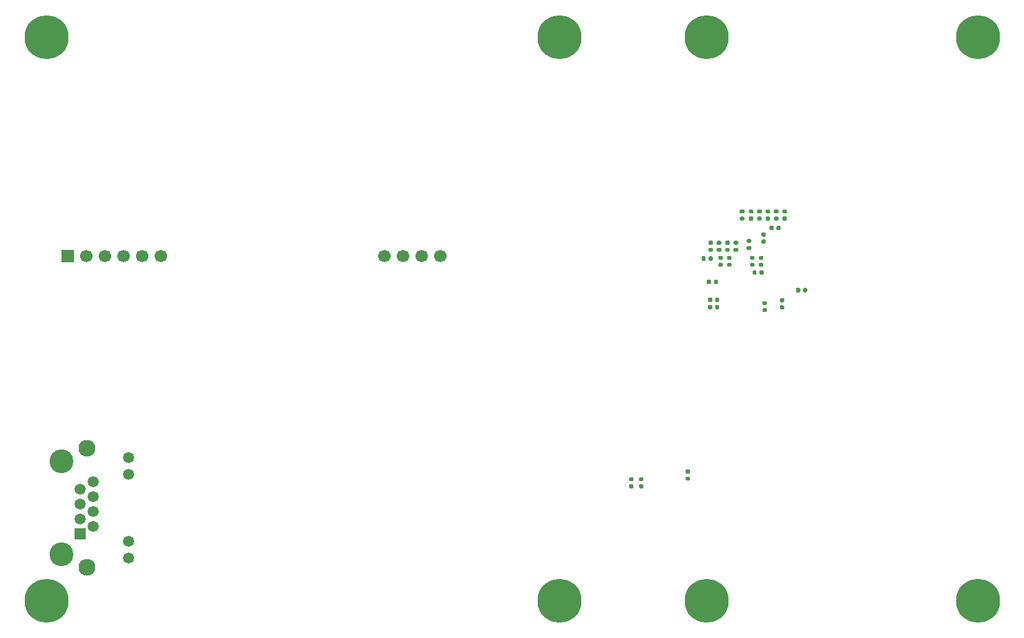
<source format=gbr>
%TF.GenerationSoftware,KiCad,Pcbnew,5.1.12-84ad8e8a86~92~ubuntu20.04.1*%
%TF.CreationDate,2022-02-12T16:21:49+08:00*%
%TF.ProjectId,TestAutomation,54657374-4175-4746-9f6d-6174696f6e2e,rev?*%
%TF.SameCoordinates,Original*%
%TF.FileFunction,Soldermask,Bot*%
%TF.FilePolarity,Negative*%
%FSLAX46Y46*%
G04 Gerber Fmt 4.6, Leading zero omitted, Abs format (unit mm)*
G04 Created by KiCad (PCBNEW 5.1.12-84ad8e8a86~92~ubuntu20.04.1) date 2022-02-12 16:21:49*
%MOMM*%
%LPD*%
G01*
G04 APERTURE LIST*
%ADD10C,6.000000*%
%ADD11C,1.700000*%
%ADD12R,1.700000X1.700000*%
%ADD13C,1.500000*%
%ADD14C,2.300000*%
%ADD15C,3.250000*%
%ADD16R,1.500000X1.500000*%
G04 APERTURE END LIST*
D10*
%TO.C,M3*%
X210000000Y-134000000D03*
%TD*%
%TO.C,M3*%
X83000000Y-134000000D03*
%TD*%
%TO.C,M3*%
X83000000Y-57000000D03*
%TD*%
%TO.C,M3*%
X210000000Y-57000000D03*
%TD*%
%TO.C,M3*%
X173000000Y-134000000D03*
%TD*%
%TO.C,M3*%
X173000000Y-57000000D03*
%TD*%
%TO.C,M3*%
X153000000Y-134000000D03*
%TD*%
%TO.C,M3*%
X153000000Y-57000000D03*
%TD*%
D11*
%TO.C,U12*%
X98618000Y-86946000D03*
X136718000Y-86946000D03*
X134178000Y-86946000D03*
X131638000Y-86946000D03*
X129098000Y-86946000D03*
X96078000Y-86946000D03*
X93538000Y-86946000D03*
X90998000Y-86946000D03*
X88458000Y-86946000D03*
D12*
X85918000Y-86946000D03*
%TD*%
%TO.C,C96*%
G36*
G01*
X177670000Y-81520000D02*
X178010000Y-81520000D01*
G75*
G02*
X178150000Y-81660000I0J-140000D01*
G01*
X178150000Y-81940000D01*
G75*
G02*
X178010000Y-82080000I-140000J0D01*
G01*
X177670000Y-82080000D01*
G75*
G02*
X177530000Y-81940000I0J140000D01*
G01*
X177530000Y-81660000D01*
G75*
G02*
X177670000Y-81520000I140000J0D01*
G01*
G37*
G36*
G01*
X177670000Y-80560000D02*
X178010000Y-80560000D01*
G75*
G02*
X178150000Y-80700000I0J-140000D01*
G01*
X178150000Y-80980000D01*
G75*
G02*
X178010000Y-81120000I-140000J0D01*
G01*
X177670000Y-81120000D01*
G75*
G02*
X177530000Y-80980000I0J140000D01*
G01*
X177530000Y-80700000D01*
G75*
G02*
X177670000Y-80560000I140000J0D01*
G01*
G37*
%TD*%
%TO.C,C95*%
G36*
G01*
X173290000Y-87420000D02*
X173290000Y-87080000D01*
G75*
G02*
X173430000Y-86940000I140000J0D01*
G01*
X173710000Y-86940000D01*
G75*
G02*
X173850000Y-87080000I0J-140000D01*
G01*
X173850000Y-87420000D01*
G75*
G02*
X173710000Y-87560000I-140000J0D01*
G01*
X173430000Y-87560000D01*
G75*
G02*
X173290000Y-87420000I0J140000D01*
G01*
G37*
G36*
G01*
X172330000Y-87420000D02*
X172330000Y-87080000D01*
G75*
G02*
X172470000Y-86940000I140000J0D01*
G01*
X172750000Y-86940000D01*
G75*
G02*
X172890000Y-87080000I0J-140000D01*
G01*
X172890000Y-87420000D01*
G75*
G02*
X172750000Y-87560000I-140000J0D01*
G01*
X172470000Y-87560000D01*
G75*
G02*
X172330000Y-87420000I0J140000D01*
G01*
G37*
%TD*%
%TO.C,C94*%
G36*
G01*
X178610000Y-85530000D02*
X178950000Y-85530000D01*
G75*
G02*
X179090000Y-85670000I0J-140000D01*
G01*
X179090000Y-85950000D01*
G75*
G02*
X178950000Y-86090000I-140000J0D01*
G01*
X178610000Y-86090000D01*
G75*
G02*
X178470000Y-85950000I0J140000D01*
G01*
X178470000Y-85670000D01*
G75*
G02*
X178610000Y-85530000I140000J0D01*
G01*
G37*
G36*
G01*
X178610000Y-84570000D02*
X178950000Y-84570000D01*
G75*
G02*
X179090000Y-84710000I0J-140000D01*
G01*
X179090000Y-84990000D01*
G75*
G02*
X178950000Y-85130000I-140000J0D01*
G01*
X178610000Y-85130000D01*
G75*
G02*
X178470000Y-84990000I0J140000D01*
G01*
X178470000Y-84710000D01*
G75*
G02*
X178610000Y-84570000I140000J0D01*
G01*
G37*
%TD*%
%TO.C,C24*%
G36*
G01*
X181197664Y-81520000D02*
X181537664Y-81520000D01*
G75*
G02*
X181677664Y-81660000I0J-140000D01*
G01*
X181677664Y-81940000D01*
G75*
G02*
X181537664Y-82080000I-140000J0D01*
G01*
X181197664Y-82080000D01*
G75*
G02*
X181057664Y-81940000I0J140000D01*
G01*
X181057664Y-81660000D01*
G75*
G02*
X181197664Y-81520000I140000J0D01*
G01*
G37*
G36*
G01*
X181197664Y-80560000D02*
X181537664Y-80560000D01*
G75*
G02*
X181677664Y-80700000I0J-140000D01*
G01*
X181677664Y-80980000D01*
G75*
G02*
X181537664Y-81120000I-140000J0D01*
G01*
X181197664Y-81120000D01*
G75*
G02*
X181057664Y-80980000I0J140000D01*
G01*
X181057664Y-80700000D01*
G75*
G02*
X181197664Y-80560000I140000J0D01*
G01*
G37*
%TD*%
%TO.C,C21*%
G36*
G01*
X180053832Y-81520000D02*
X180393832Y-81520000D01*
G75*
G02*
X180533832Y-81660000I0J-140000D01*
G01*
X180533832Y-81940000D01*
G75*
G02*
X180393832Y-82080000I-140000J0D01*
G01*
X180053832Y-82080000D01*
G75*
G02*
X179913832Y-81940000I0J140000D01*
G01*
X179913832Y-81660000D01*
G75*
G02*
X180053832Y-81520000I140000J0D01*
G01*
G37*
G36*
G01*
X180053832Y-80560000D02*
X180393832Y-80560000D01*
G75*
G02*
X180533832Y-80700000I0J-140000D01*
G01*
X180533832Y-80980000D01*
G75*
G02*
X180393832Y-81120000I-140000J0D01*
G01*
X180053832Y-81120000D01*
G75*
G02*
X179913832Y-80980000I0J140000D01*
G01*
X179913832Y-80700000D01*
G75*
G02*
X180053832Y-80560000I140000J0D01*
G01*
G37*
%TD*%
%TO.C,C81*%
G36*
G01*
X164270000Y-117670000D02*
X163930000Y-117670000D01*
G75*
G02*
X163790000Y-117530000I0J140000D01*
G01*
X163790000Y-117250000D01*
G75*
G02*
X163930000Y-117110000I140000J0D01*
G01*
X164270000Y-117110000D01*
G75*
G02*
X164410000Y-117250000I0J-140000D01*
G01*
X164410000Y-117530000D01*
G75*
G02*
X164270000Y-117670000I-140000J0D01*
G01*
G37*
G36*
G01*
X164270000Y-118630000D02*
X163930000Y-118630000D01*
G75*
G02*
X163790000Y-118490000I0J140000D01*
G01*
X163790000Y-118210000D01*
G75*
G02*
X163930000Y-118070000I140000J0D01*
G01*
X164270000Y-118070000D01*
G75*
G02*
X164410000Y-118210000I0J-140000D01*
G01*
X164410000Y-118490000D01*
G75*
G02*
X164270000Y-118630000I-140000J0D01*
G01*
G37*
%TD*%
%TO.C,C80*%
G36*
G01*
X170590000Y-116620000D02*
X170250000Y-116620000D01*
G75*
G02*
X170110000Y-116480000I0J140000D01*
G01*
X170110000Y-116200000D01*
G75*
G02*
X170250000Y-116060000I140000J0D01*
G01*
X170590000Y-116060000D01*
G75*
G02*
X170730000Y-116200000I0J-140000D01*
G01*
X170730000Y-116480000D01*
G75*
G02*
X170590000Y-116620000I-140000J0D01*
G01*
G37*
G36*
G01*
X170590000Y-117580000D02*
X170250000Y-117580000D01*
G75*
G02*
X170110000Y-117440000I0J140000D01*
G01*
X170110000Y-117160000D01*
G75*
G02*
X170250000Y-117020000I140000J0D01*
G01*
X170590000Y-117020000D01*
G75*
G02*
X170730000Y-117160000I0J-140000D01*
G01*
X170730000Y-117440000D01*
G75*
G02*
X170590000Y-117580000I-140000J0D01*
G01*
G37*
%TD*%
%TO.C,C79*%
G36*
G01*
X162932500Y-117670000D02*
X162592500Y-117670000D01*
G75*
G02*
X162452500Y-117530000I0J140000D01*
G01*
X162452500Y-117250000D01*
G75*
G02*
X162592500Y-117110000I140000J0D01*
G01*
X162932500Y-117110000D01*
G75*
G02*
X163072500Y-117250000I0J-140000D01*
G01*
X163072500Y-117530000D01*
G75*
G02*
X162932500Y-117670000I-140000J0D01*
G01*
G37*
G36*
G01*
X162932500Y-118630000D02*
X162592500Y-118630000D01*
G75*
G02*
X162452500Y-118490000I0J140000D01*
G01*
X162452500Y-118210000D01*
G75*
G02*
X162592500Y-118070000I140000J0D01*
G01*
X162932500Y-118070000D01*
G75*
G02*
X163072500Y-118210000I0J-140000D01*
G01*
X163072500Y-118490000D01*
G75*
G02*
X162932500Y-118630000I-140000J0D01*
G01*
G37*
%TD*%
%TO.C,C17*%
G36*
G01*
X181090000Y-93620000D02*
X180750000Y-93620000D01*
G75*
G02*
X180610000Y-93480000I0J140000D01*
G01*
X180610000Y-93200000D01*
G75*
G02*
X180750000Y-93060000I140000J0D01*
G01*
X181090000Y-93060000D01*
G75*
G02*
X181230000Y-93200000I0J-140000D01*
G01*
X181230000Y-93480000D01*
G75*
G02*
X181090000Y-93620000I-140000J0D01*
G01*
G37*
G36*
G01*
X181090000Y-94580000D02*
X180750000Y-94580000D01*
G75*
G02*
X180610000Y-94440000I0J140000D01*
G01*
X180610000Y-94160000D01*
G75*
G02*
X180750000Y-94020000I140000J0D01*
G01*
X181090000Y-94020000D01*
G75*
G02*
X181230000Y-94160000I0J-140000D01*
G01*
X181230000Y-94440000D01*
G75*
G02*
X181090000Y-94580000I-140000J0D01*
G01*
G37*
%TD*%
%TO.C,C16*%
G36*
G01*
X183485330Y-81520000D02*
X183825330Y-81520000D01*
G75*
G02*
X183965330Y-81660000I0J-140000D01*
G01*
X183965330Y-81940000D01*
G75*
G02*
X183825330Y-82080000I-140000J0D01*
G01*
X183485330Y-82080000D01*
G75*
G02*
X183345330Y-81940000I0J140000D01*
G01*
X183345330Y-81660000D01*
G75*
G02*
X183485330Y-81520000I140000J0D01*
G01*
G37*
G36*
G01*
X183485330Y-80560000D02*
X183825330Y-80560000D01*
G75*
G02*
X183965330Y-80700000I0J-140000D01*
G01*
X183965330Y-80980000D01*
G75*
G02*
X183825330Y-81120000I-140000J0D01*
G01*
X183485330Y-81120000D01*
G75*
G02*
X183345330Y-80980000I0J140000D01*
G01*
X183345330Y-80700000D01*
G75*
G02*
X183485330Y-80560000I140000J0D01*
G01*
G37*
%TD*%
%TO.C,C37*%
G36*
G01*
X180620000Y-84670000D02*
X180960000Y-84670000D01*
G75*
G02*
X181100000Y-84810000I0J-140000D01*
G01*
X181100000Y-85090000D01*
G75*
G02*
X180960000Y-85230000I-140000J0D01*
G01*
X180620000Y-85230000D01*
G75*
G02*
X180480000Y-85090000I0J140000D01*
G01*
X180480000Y-84810000D01*
G75*
G02*
X180620000Y-84670000I140000J0D01*
G01*
G37*
G36*
G01*
X180620000Y-83710000D02*
X180960000Y-83710000D01*
G75*
G02*
X181100000Y-83850000I0J-140000D01*
G01*
X181100000Y-84130000D01*
G75*
G02*
X180960000Y-84270000I-140000J0D01*
G01*
X180620000Y-84270000D01*
G75*
G02*
X180480000Y-84130000I0J140000D01*
G01*
X180480000Y-83850000D01*
G75*
G02*
X180620000Y-83710000I140000J0D01*
G01*
G37*
%TD*%
%TO.C,C15*%
G36*
G01*
X182341496Y-81520000D02*
X182681496Y-81520000D01*
G75*
G02*
X182821496Y-81660000I0J-140000D01*
G01*
X182821496Y-81940000D01*
G75*
G02*
X182681496Y-82080000I-140000J0D01*
G01*
X182341496Y-82080000D01*
G75*
G02*
X182201496Y-81940000I0J140000D01*
G01*
X182201496Y-81660000D01*
G75*
G02*
X182341496Y-81520000I140000J0D01*
G01*
G37*
G36*
G01*
X182341496Y-80560000D02*
X182681496Y-80560000D01*
G75*
G02*
X182821496Y-80700000I0J-140000D01*
G01*
X182821496Y-80980000D01*
G75*
G02*
X182681496Y-81120000I-140000J0D01*
G01*
X182341496Y-81120000D01*
G75*
G02*
X182201496Y-80980000I0J140000D01*
G01*
X182201496Y-80700000D01*
G75*
G02*
X182341496Y-80560000I140000J0D01*
G01*
G37*
%TD*%
%TO.C,C36*%
G36*
G01*
X175690000Y-85790000D02*
X176030000Y-85790000D01*
G75*
G02*
X176170000Y-85930000I0J-140000D01*
G01*
X176170000Y-86210000D01*
G75*
G02*
X176030000Y-86350000I-140000J0D01*
G01*
X175690000Y-86350000D01*
G75*
G02*
X175550000Y-86210000I0J140000D01*
G01*
X175550000Y-85930000D01*
G75*
G02*
X175690000Y-85790000I140000J0D01*
G01*
G37*
G36*
G01*
X175690000Y-84830000D02*
X176030000Y-84830000D01*
G75*
G02*
X176170000Y-84970000I0J-140000D01*
G01*
X176170000Y-85250000D01*
G75*
G02*
X176030000Y-85390000I-140000J0D01*
G01*
X175690000Y-85390000D01*
G75*
G02*
X175550000Y-85250000I0J140000D01*
G01*
X175550000Y-84970000D01*
G75*
G02*
X175690000Y-84830000I140000J0D01*
G01*
G37*
%TD*%
%TO.C,C35*%
G36*
G01*
X175940000Y-87840000D02*
X176280000Y-87840000D01*
G75*
G02*
X176420000Y-87980000I0J-140000D01*
G01*
X176420000Y-88260000D01*
G75*
G02*
X176280000Y-88400000I-140000J0D01*
G01*
X175940000Y-88400000D01*
G75*
G02*
X175800000Y-88260000I0J140000D01*
G01*
X175800000Y-87980000D01*
G75*
G02*
X175940000Y-87840000I140000J0D01*
G01*
G37*
G36*
G01*
X175940000Y-86880000D02*
X176280000Y-86880000D01*
G75*
G02*
X176420000Y-87020000I0J-140000D01*
G01*
X176420000Y-87300000D01*
G75*
G02*
X176280000Y-87440000I-140000J0D01*
G01*
X175940000Y-87440000D01*
G75*
G02*
X175800000Y-87300000I0J140000D01*
G01*
X175800000Y-87020000D01*
G75*
G02*
X175940000Y-86880000I140000J0D01*
G01*
G37*
%TD*%
%TO.C,C14*%
G36*
G01*
X173040000Y-90610000D02*
X173040000Y-90270000D01*
G75*
G02*
X173180000Y-90130000I140000J0D01*
G01*
X173460000Y-90130000D01*
G75*
G02*
X173600000Y-90270000I0J-140000D01*
G01*
X173600000Y-90610000D01*
G75*
G02*
X173460000Y-90750000I-140000J0D01*
G01*
X173180000Y-90750000D01*
G75*
G02*
X173040000Y-90610000I0J140000D01*
G01*
G37*
G36*
G01*
X174000000Y-90610000D02*
X174000000Y-90270000D01*
G75*
G02*
X174140000Y-90130000I140000J0D01*
G01*
X174420000Y-90130000D01*
G75*
G02*
X174560000Y-90270000I0J-140000D01*
G01*
X174560000Y-90610000D01*
G75*
G02*
X174420000Y-90750000I-140000J0D01*
G01*
X174140000Y-90750000D01*
G75*
G02*
X174000000Y-90610000I0J140000D01*
G01*
G37*
%TD*%
%TO.C,C34*%
G36*
G01*
X174540000Y-85790000D02*
X174880000Y-85790000D01*
G75*
G02*
X175020000Y-85930000I0J-140000D01*
G01*
X175020000Y-86210000D01*
G75*
G02*
X174880000Y-86350000I-140000J0D01*
G01*
X174540000Y-86350000D01*
G75*
G02*
X174400000Y-86210000I0J140000D01*
G01*
X174400000Y-85930000D01*
G75*
G02*
X174540000Y-85790000I140000J0D01*
G01*
G37*
G36*
G01*
X174540000Y-84830000D02*
X174880000Y-84830000D01*
G75*
G02*
X175020000Y-84970000I0J-140000D01*
G01*
X175020000Y-85250000D01*
G75*
G02*
X174880000Y-85390000I-140000J0D01*
G01*
X174540000Y-85390000D01*
G75*
G02*
X174400000Y-85250000I0J140000D01*
G01*
X174400000Y-84970000D01*
G75*
G02*
X174540000Y-84830000I140000J0D01*
G01*
G37*
%TD*%
%TO.C,C33*%
G36*
G01*
X180274000Y-87840000D02*
X180614000Y-87840000D01*
G75*
G02*
X180754000Y-87980000I0J-140000D01*
G01*
X180754000Y-88260000D01*
G75*
G02*
X180614000Y-88400000I-140000J0D01*
G01*
X180274000Y-88400000D01*
G75*
G02*
X180134000Y-88260000I0J140000D01*
G01*
X180134000Y-87980000D01*
G75*
G02*
X180274000Y-87840000I140000J0D01*
G01*
G37*
G36*
G01*
X180274000Y-86880000D02*
X180614000Y-86880000D01*
G75*
G02*
X180754000Y-87020000I0J-140000D01*
G01*
X180754000Y-87300000D01*
G75*
G02*
X180614000Y-87440000I-140000J0D01*
G01*
X180274000Y-87440000D01*
G75*
G02*
X180134000Y-87300000I0J140000D01*
G01*
X180134000Y-87020000D01*
G75*
G02*
X180274000Y-86880000I140000J0D01*
G01*
G37*
%TD*%
%TO.C,C13*%
G36*
G01*
X174170000Y-93070000D02*
X174170000Y-92730000D01*
G75*
G02*
X174310000Y-92590000I140000J0D01*
G01*
X174590000Y-92590000D01*
G75*
G02*
X174730000Y-92730000I0J-140000D01*
G01*
X174730000Y-93070000D01*
G75*
G02*
X174590000Y-93210000I-140000J0D01*
G01*
X174310000Y-93210000D01*
G75*
G02*
X174170000Y-93070000I0J140000D01*
G01*
G37*
G36*
G01*
X173210000Y-93070000D02*
X173210000Y-92730000D01*
G75*
G02*
X173350000Y-92590000I140000J0D01*
G01*
X173630000Y-92590000D01*
G75*
G02*
X173770000Y-92730000I0J-140000D01*
G01*
X173770000Y-93070000D01*
G75*
G02*
X173630000Y-93210000I-140000J0D01*
G01*
X173350000Y-93210000D01*
G75*
G02*
X173210000Y-93070000I0J140000D01*
G01*
G37*
%TD*%
%TO.C,C32*%
G36*
G01*
X176840000Y-85790000D02*
X177180000Y-85790000D01*
G75*
G02*
X177320000Y-85930000I0J-140000D01*
G01*
X177320000Y-86210000D01*
G75*
G02*
X177180000Y-86350000I-140000J0D01*
G01*
X176840000Y-86350000D01*
G75*
G02*
X176700000Y-86210000I0J140000D01*
G01*
X176700000Y-85930000D01*
G75*
G02*
X176840000Y-85790000I140000J0D01*
G01*
G37*
G36*
G01*
X176840000Y-84830000D02*
X177180000Y-84830000D01*
G75*
G02*
X177320000Y-84970000I0J-140000D01*
G01*
X177320000Y-85250000D01*
G75*
G02*
X177180000Y-85390000I-140000J0D01*
G01*
X176840000Y-85390000D01*
G75*
G02*
X176700000Y-85250000I0J140000D01*
G01*
X176700000Y-84970000D01*
G75*
G02*
X176840000Y-84830000I140000J0D01*
G01*
G37*
%TD*%
%TO.C,C31*%
G36*
G01*
X179077000Y-87840000D02*
X179417000Y-87840000D01*
G75*
G02*
X179557000Y-87980000I0J-140000D01*
G01*
X179557000Y-88260000D01*
G75*
G02*
X179417000Y-88400000I-140000J0D01*
G01*
X179077000Y-88400000D01*
G75*
G02*
X178937000Y-88260000I0J140000D01*
G01*
X178937000Y-87980000D01*
G75*
G02*
X179077000Y-87840000I140000J0D01*
G01*
G37*
G36*
G01*
X179077000Y-86880000D02*
X179417000Y-86880000D01*
G75*
G02*
X179557000Y-87020000I0J-140000D01*
G01*
X179557000Y-87300000D01*
G75*
G02*
X179417000Y-87440000I-140000J0D01*
G01*
X179077000Y-87440000D01*
G75*
G02*
X178937000Y-87300000I0J140000D01*
G01*
X178937000Y-87020000D01*
G75*
G02*
X179077000Y-86880000I140000J0D01*
G01*
G37*
%TD*%
%TO.C,C12*%
G36*
G01*
X183460000Y-93240000D02*
X183120000Y-93240000D01*
G75*
G02*
X182980000Y-93100000I0J140000D01*
G01*
X182980000Y-92820000D01*
G75*
G02*
X183120000Y-92680000I140000J0D01*
G01*
X183460000Y-92680000D01*
G75*
G02*
X183600000Y-92820000I0J-140000D01*
G01*
X183600000Y-93100000D01*
G75*
G02*
X183460000Y-93240000I-140000J0D01*
G01*
G37*
G36*
G01*
X183460000Y-94200000D02*
X183120000Y-94200000D01*
G75*
G02*
X182980000Y-94060000I0J140000D01*
G01*
X182980000Y-93780000D01*
G75*
G02*
X183120000Y-93640000I140000J0D01*
G01*
X183460000Y-93640000D01*
G75*
G02*
X183600000Y-93780000I0J-140000D01*
G01*
X183600000Y-94060000D01*
G75*
G02*
X183460000Y-94200000I-140000J0D01*
G01*
G37*
%TD*%
%TO.C,C30*%
G36*
G01*
X174170000Y-94070000D02*
X174170000Y-93730000D01*
G75*
G02*
X174310000Y-93590000I140000J0D01*
G01*
X174590000Y-93590000D01*
G75*
G02*
X174730000Y-93730000I0J-140000D01*
G01*
X174730000Y-94070000D01*
G75*
G02*
X174590000Y-94210000I-140000J0D01*
G01*
X174310000Y-94210000D01*
G75*
G02*
X174170000Y-94070000I0J140000D01*
G01*
G37*
G36*
G01*
X173210000Y-94070000D02*
X173210000Y-93730000D01*
G75*
G02*
X173350000Y-93590000I140000J0D01*
G01*
X173630000Y-93590000D01*
G75*
G02*
X173770000Y-93730000I0J-140000D01*
G01*
X173770000Y-94070000D01*
G75*
G02*
X173630000Y-94210000I-140000J0D01*
G01*
X173350000Y-94210000D01*
G75*
G02*
X173210000Y-94070000I0J140000D01*
G01*
G37*
%TD*%
%TO.C,C29*%
G36*
G01*
X185770000Y-91400000D02*
X185770000Y-91740000D01*
G75*
G02*
X185630000Y-91880000I-140000J0D01*
G01*
X185350000Y-91880000D01*
G75*
G02*
X185210000Y-91740000I0J140000D01*
G01*
X185210000Y-91400000D01*
G75*
G02*
X185350000Y-91260000I140000J0D01*
G01*
X185630000Y-91260000D01*
G75*
G02*
X185770000Y-91400000I0J-140000D01*
G01*
G37*
G36*
G01*
X186730000Y-91400000D02*
X186730000Y-91740000D01*
G75*
G02*
X186590000Y-91880000I-140000J0D01*
G01*
X186310000Y-91880000D01*
G75*
G02*
X186170000Y-91740000I0J140000D01*
G01*
X186170000Y-91400000D01*
G75*
G02*
X186310000Y-91260000I140000J0D01*
G01*
X186590000Y-91260000D01*
G75*
G02*
X186730000Y-91400000I0J-140000D01*
G01*
G37*
%TD*%
%TO.C,C28*%
G36*
G01*
X180230000Y-89350000D02*
X180230000Y-89010000D01*
G75*
G02*
X180370000Y-88870000I140000J0D01*
G01*
X180650000Y-88870000D01*
G75*
G02*
X180790000Y-89010000I0J-140000D01*
G01*
X180790000Y-89350000D01*
G75*
G02*
X180650000Y-89490000I-140000J0D01*
G01*
X180370000Y-89490000D01*
G75*
G02*
X180230000Y-89350000I0J140000D01*
G01*
G37*
G36*
G01*
X179270000Y-89350000D02*
X179270000Y-89010000D01*
G75*
G02*
X179410000Y-88870000I140000J0D01*
G01*
X179690000Y-88870000D01*
G75*
G02*
X179830000Y-89010000I0J-140000D01*
G01*
X179830000Y-89350000D01*
G75*
G02*
X179690000Y-89490000I-140000J0D01*
G01*
X179410000Y-89490000D01*
G75*
G02*
X179270000Y-89350000I0J140000D01*
G01*
G37*
%TD*%
%TO.C,C27*%
G36*
G01*
X182540000Y-83250000D02*
X182540000Y-82910000D01*
G75*
G02*
X182680000Y-82770000I140000J0D01*
G01*
X182960000Y-82770000D01*
G75*
G02*
X183100000Y-82910000I0J-140000D01*
G01*
X183100000Y-83250000D01*
G75*
G02*
X182960000Y-83390000I-140000J0D01*
G01*
X182680000Y-83390000D01*
G75*
G02*
X182540000Y-83250000I0J140000D01*
G01*
G37*
G36*
G01*
X181580000Y-83250000D02*
X181580000Y-82910000D01*
G75*
G02*
X181720000Y-82770000I140000J0D01*
G01*
X182000000Y-82770000D01*
G75*
G02*
X182140000Y-82910000I0J-140000D01*
G01*
X182140000Y-83250000D01*
G75*
G02*
X182000000Y-83390000I-140000J0D01*
G01*
X181720000Y-83390000D01*
G75*
G02*
X181580000Y-83250000I0J140000D01*
G01*
G37*
%TD*%
%TO.C,C26*%
G36*
G01*
X173730000Y-85390000D02*
X173390000Y-85390000D01*
G75*
G02*
X173250000Y-85250000I0J140000D01*
G01*
X173250000Y-84970000D01*
G75*
G02*
X173390000Y-84830000I140000J0D01*
G01*
X173730000Y-84830000D01*
G75*
G02*
X173870000Y-84970000I0J-140000D01*
G01*
X173870000Y-85250000D01*
G75*
G02*
X173730000Y-85390000I-140000J0D01*
G01*
G37*
G36*
G01*
X173730000Y-86350000D02*
X173390000Y-86350000D01*
G75*
G02*
X173250000Y-86210000I0J140000D01*
G01*
X173250000Y-85930000D01*
G75*
G02*
X173390000Y-85790000I140000J0D01*
G01*
X173730000Y-85790000D01*
G75*
G02*
X173870000Y-85930000I0J-140000D01*
G01*
X173870000Y-86210000D01*
G75*
G02*
X173730000Y-86350000I-140000J0D01*
G01*
G37*
%TD*%
%TO.C,C25*%
G36*
G01*
X175080000Y-87440000D02*
X174740000Y-87440000D01*
G75*
G02*
X174600000Y-87300000I0J140000D01*
G01*
X174600000Y-87020000D01*
G75*
G02*
X174740000Y-86880000I140000J0D01*
G01*
X175080000Y-86880000D01*
G75*
G02*
X175220000Y-87020000I0J-140000D01*
G01*
X175220000Y-87300000D01*
G75*
G02*
X175080000Y-87440000I-140000J0D01*
G01*
G37*
G36*
G01*
X175080000Y-88400000D02*
X174740000Y-88400000D01*
G75*
G02*
X174600000Y-88260000I0J140000D01*
G01*
X174600000Y-87980000D01*
G75*
G02*
X174740000Y-87840000I140000J0D01*
G01*
X175080000Y-87840000D01*
G75*
G02*
X175220000Y-87980000I0J-140000D01*
G01*
X175220000Y-88260000D01*
G75*
G02*
X175080000Y-88400000I-140000J0D01*
G01*
G37*
%TD*%
%TO.C,C9*%
G36*
G01*
X179250000Y-81120000D02*
X178910000Y-81120000D01*
G75*
G02*
X178770000Y-80980000I0J140000D01*
G01*
X178770000Y-80700000D01*
G75*
G02*
X178910000Y-80560000I140000J0D01*
G01*
X179250000Y-80560000D01*
G75*
G02*
X179390000Y-80700000I0J-140000D01*
G01*
X179390000Y-80980000D01*
G75*
G02*
X179250000Y-81120000I-140000J0D01*
G01*
G37*
G36*
G01*
X179250000Y-82080000D02*
X178910000Y-82080000D01*
G75*
G02*
X178770000Y-81940000I0J140000D01*
G01*
X178770000Y-81660000D01*
G75*
G02*
X178910000Y-81520000I140000J0D01*
G01*
X179250000Y-81520000D01*
G75*
G02*
X179390000Y-81660000I0J-140000D01*
G01*
X179390000Y-81940000D01*
G75*
G02*
X179250000Y-82080000I-140000J0D01*
G01*
G37*
%TD*%
D13*
%TO.C,J6*%
X94230000Y-114421000D03*
X94230000Y-116711000D03*
X94230000Y-125851000D03*
X94230000Y-128141000D03*
D14*
X88520000Y-129411000D03*
X88520000Y-113151000D03*
D15*
X85090000Y-114931000D03*
X85090000Y-127631000D03*
D13*
X89410000Y-117729000D03*
X89410000Y-119761000D03*
X89410000Y-121793000D03*
X89410000Y-123825000D03*
X87630000Y-118745000D03*
X87630000Y-120777000D03*
X87630000Y-122809000D03*
D16*
X87630000Y-124841000D03*
%TD*%
M02*

</source>
